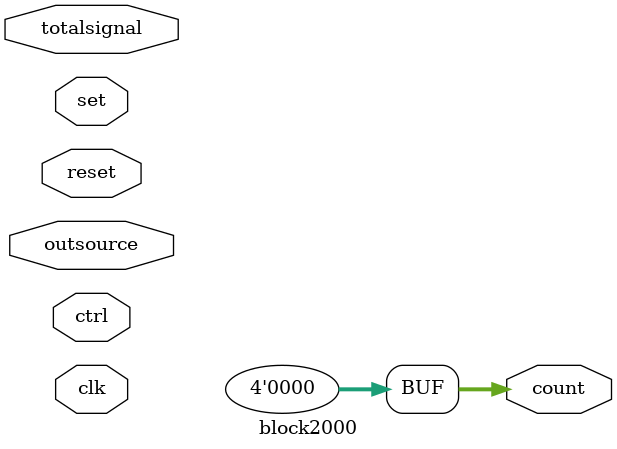
<source format=sv>
module block2# (parameter N = 9)(clk,reset,set,outsource,count,totalsignal);//first block
input logic reset,clk,set,totalsignal; // internal for updating after reaching the end.
output logic [3:0]count;
input logic [3:0]outsource;
logic [3:0] sum1,sum2,sum0;
assign count = 0;
addsub2 #(N) A1(count,sum0,totalsignal);
MUX1 #(4) muxcheck(count,sum0,~totalsignal,sum1);
MUX1 #(4) mux1(outsource,sum1,set,sum2);
Regfour #(4) R1(clk,reset,sum2, count);
endmodule


module block2000# (parameter N = 5)(clk,reset,ctrl,set,outsource,count,totalsignal);//first block
input logic reset,clk,set,totalsignal,ctrl; // internal for updating after reaching the end.
output logic [3:0]count;
input logic [3:0]outsource;
logic [3:0] sum1,sum2,sum0;
assign count = 0;
addsub #(N) A1(count,sum0,ctrl,totalsignal);
MUX1 #(4) muxcheck(count,sum0,~totalsignal,sum1);
MUX1 #(4) mux1(outsource,sum1,set,sum2);
Regfour #(4) R1(clk,reset,sum2, count);
endmodule



</source>
